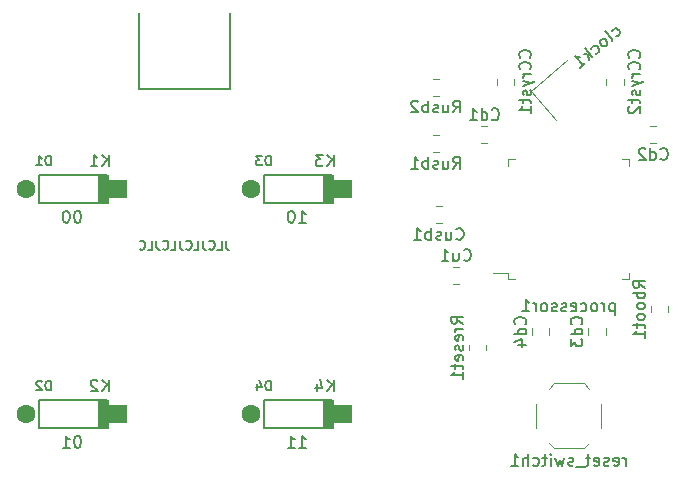
<source format=gbo>
%TF.GenerationSoftware,KiCad,Pcbnew,(6.0.2)*%
%TF.CreationDate,2022-04-17T22:42:43-04:00*%
%TF.ProjectId,macropadfr,6d616372-6f70-4616-9466-722e6b696361,rev?*%
%TF.SameCoordinates,Original*%
%TF.FileFunction,Legend,Bot*%
%TF.FilePolarity,Positive*%
%FSLAX46Y46*%
G04 Gerber Fmt 4.6, Leading zero omitted, Abs format (unit mm)*
G04 Created by KiCad (PCBNEW (6.0.2)) date 2022-04-17 22:42:43*
%MOMM*%
%LPD*%
G01*
G04 APERTURE LIST*
%ADD10C,0.127000*%
%ADD11C,0.150000*%
%ADD12C,0.200000*%
%ADD13C,0.120000*%
%ADD14R,1.600000X1.600000*%
%ADD15C,1.600000*%
G04 APERTURE END LIST*
D10*
X174969714Y-92451464D02*
X174969714Y-92995750D01*
X175006000Y-93104607D01*
X175078571Y-93177178D01*
X175187428Y-93213464D01*
X175260000Y-93213464D01*
X174244000Y-93213464D02*
X174606857Y-93213464D01*
X174606857Y-92451464D01*
X173554571Y-93140892D02*
X173590857Y-93177178D01*
X173699714Y-93213464D01*
X173772285Y-93213464D01*
X173881142Y-93177178D01*
X173953714Y-93104607D01*
X173990000Y-93032035D01*
X174026285Y-92886892D01*
X174026285Y-92778035D01*
X173990000Y-92632892D01*
X173953714Y-92560321D01*
X173881142Y-92487750D01*
X173772285Y-92451464D01*
X173699714Y-92451464D01*
X173590857Y-92487750D01*
X173554571Y-92524035D01*
X173010285Y-92451464D02*
X173010285Y-92995750D01*
X173046571Y-93104607D01*
X173119142Y-93177178D01*
X173228000Y-93213464D01*
X173300571Y-93213464D01*
X172284571Y-93213464D02*
X172647428Y-93213464D01*
X172647428Y-92451464D01*
X171595142Y-93140892D02*
X171631428Y-93177178D01*
X171740285Y-93213464D01*
X171812857Y-93213464D01*
X171921714Y-93177178D01*
X171994285Y-93104607D01*
X172030571Y-93032035D01*
X172066857Y-92886892D01*
X172066857Y-92778035D01*
X172030571Y-92632892D01*
X171994285Y-92560321D01*
X171921714Y-92487750D01*
X171812857Y-92451464D01*
X171740285Y-92451464D01*
X171631428Y-92487750D01*
X171595142Y-92524035D01*
X171050857Y-92451464D02*
X171050857Y-92995750D01*
X171087142Y-93104607D01*
X171159714Y-93177178D01*
X171268571Y-93213464D01*
X171341142Y-93213464D01*
X170325142Y-93213464D02*
X170688000Y-93213464D01*
X170688000Y-92451464D01*
X169635714Y-93140892D02*
X169672000Y-93177178D01*
X169780857Y-93213464D01*
X169853428Y-93213464D01*
X169962285Y-93177178D01*
X170034857Y-93104607D01*
X170071142Y-93032035D01*
X170107428Y-92886892D01*
X170107428Y-92778035D01*
X170071142Y-92632892D01*
X170034857Y-92560321D01*
X169962285Y-92487750D01*
X169853428Y-92451464D01*
X169780857Y-92451464D01*
X169672000Y-92487750D01*
X169635714Y-92524035D01*
X169091428Y-92451464D02*
X169091428Y-92995750D01*
X169127714Y-93104607D01*
X169200285Y-93177178D01*
X169309142Y-93213464D01*
X169381714Y-93213464D01*
X168365714Y-93213464D02*
X168728571Y-93213464D01*
X168728571Y-92451464D01*
X167676285Y-93140892D02*
X167712571Y-93177178D01*
X167821428Y-93213464D01*
X167894000Y-93213464D01*
X168002857Y-93177178D01*
X168075428Y-93104607D01*
X168111714Y-93032035D01*
X168148000Y-92886892D01*
X168148000Y-92778035D01*
X168111714Y-92632892D01*
X168075428Y-92560321D01*
X168002857Y-92487750D01*
X167894000Y-92451464D01*
X167821428Y-92451464D01*
X167712571Y-92487750D01*
X167676285Y-92524035D01*
D11*
X162448809Y-108989880D02*
X162353571Y-108989880D01*
X162258333Y-109037500D01*
X162210714Y-109085119D01*
X162163095Y-109180357D01*
X162115476Y-109370833D01*
X162115476Y-109608928D01*
X162163095Y-109799404D01*
X162210714Y-109894642D01*
X162258333Y-109942261D01*
X162353571Y-109989880D01*
X162448809Y-109989880D01*
X162544047Y-109942261D01*
X162591666Y-109894642D01*
X162639285Y-109799404D01*
X162686904Y-109608928D01*
X162686904Y-109370833D01*
X162639285Y-109180357D01*
X162591666Y-109085119D01*
X162544047Y-109037500D01*
X162448809Y-108989880D01*
X161163095Y-109989880D02*
X161734523Y-109989880D01*
X161448809Y-109989880D02*
X161448809Y-108989880D01*
X161544047Y-109132738D01*
X161639285Y-109227976D01*
X161734523Y-109275595D01*
X162448809Y-89939880D02*
X162353571Y-89939880D01*
X162258333Y-89987500D01*
X162210714Y-90035119D01*
X162163095Y-90130357D01*
X162115476Y-90320833D01*
X162115476Y-90558928D01*
X162163095Y-90749404D01*
X162210714Y-90844642D01*
X162258333Y-90892261D01*
X162353571Y-90939880D01*
X162448809Y-90939880D01*
X162544047Y-90892261D01*
X162591666Y-90844642D01*
X162639285Y-90749404D01*
X162686904Y-90558928D01*
X162686904Y-90320833D01*
X162639285Y-90130357D01*
X162591666Y-90035119D01*
X162544047Y-89987500D01*
X162448809Y-89939880D01*
X161496428Y-89939880D02*
X161401190Y-89939880D01*
X161305952Y-89987500D01*
X161258333Y-90035119D01*
X161210714Y-90130357D01*
X161163095Y-90320833D01*
X161163095Y-90558928D01*
X161210714Y-90749404D01*
X161258333Y-90844642D01*
X161305952Y-90892261D01*
X161401190Y-90939880D01*
X161496428Y-90939880D01*
X161591666Y-90892261D01*
X161639285Y-90844642D01*
X161686904Y-90749404D01*
X161734523Y-90558928D01*
X161734523Y-90320833D01*
X161686904Y-90130357D01*
X161639285Y-90035119D01*
X161591666Y-89987500D01*
X161496428Y-89939880D01*
X181165476Y-90939880D02*
X181736904Y-90939880D01*
X181451190Y-90939880D02*
X181451190Y-89939880D01*
X181546428Y-90082738D01*
X181641666Y-90177976D01*
X181736904Y-90225595D01*
X180546428Y-89939880D02*
X180451190Y-89939880D01*
X180355952Y-89987500D01*
X180308333Y-90035119D01*
X180260714Y-90130357D01*
X180213095Y-90320833D01*
X180213095Y-90558928D01*
X180260714Y-90749404D01*
X180308333Y-90844642D01*
X180355952Y-90892261D01*
X180451190Y-90939880D01*
X180546428Y-90939880D01*
X180641666Y-90892261D01*
X180689285Y-90844642D01*
X180736904Y-90749404D01*
X180784523Y-90558928D01*
X180784523Y-90320833D01*
X180736904Y-90130357D01*
X180689285Y-90035119D01*
X180641666Y-89987500D01*
X180546428Y-89939880D01*
X181165476Y-109989880D02*
X181736904Y-109989880D01*
X181451190Y-109989880D02*
X181451190Y-108989880D01*
X181546428Y-109132738D01*
X181641666Y-109227976D01*
X181736904Y-109275595D01*
X180213095Y-109989880D02*
X180784523Y-109989880D01*
X180498809Y-109989880D02*
X180498809Y-108989880D01*
X180594047Y-109132738D01*
X180689285Y-109227976D01*
X180784523Y-109275595D01*
D12*
%TO.C,K1*%
X165044345Y-86177380D02*
X165044345Y-85177380D01*
X164472916Y-86177380D02*
X164901488Y-85605952D01*
X164472916Y-85177380D02*
X165044345Y-85748809D01*
X163520535Y-86177380D02*
X164091964Y-86177380D01*
X163806250Y-86177380D02*
X163806250Y-85177380D01*
X163901488Y-85320238D01*
X163996726Y-85415476D01*
X164091964Y-85463095D01*
%TO.C,K4*%
X184094345Y-105227380D02*
X184094345Y-104227380D01*
X183522916Y-105227380D02*
X183951488Y-104655952D01*
X183522916Y-104227380D02*
X184094345Y-104798809D01*
X182665773Y-104560714D02*
X182665773Y-105227380D01*
X182903869Y-104179761D02*
X183141964Y-104894047D01*
X182522916Y-104894047D01*
%TO.C,K3*%
X184094345Y-86177380D02*
X184094345Y-85177380D01*
X183522916Y-86177380D02*
X183951488Y-85605952D01*
X183522916Y-85177380D02*
X184094345Y-85748809D01*
X183189583Y-85177380D02*
X182570535Y-85177380D01*
X182903869Y-85558333D01*
X182761011Y-85558333D01*
X182665773Y-85605952D01*
X182618154Y-85653571D01*
X182570535Y-85748809D01*
X182570535Y-85986904D01*
X182618154Y-86082142D01*
X182665773Y-86129761D01*
X182761011Y-86177380D01*
X183046726Y-86177380D01*
X183141964Y-86129761D01*
X183189583Y-86082142D01*
%TO.C,K2*%
X165044345Y-105227380D02*
X165044345Y-104227380D01*
X164472916Y-105227380D02*
X164901488Y-104655952D01*
X164472916Y-104227380D02*
X165044345Y-104798809D01*
X164091964Y-104322619D02*
X164044345Y-104275000D01*
X163949107Y-104227380D01*
X163711011Y-104227380D01*
X163615773Y-104275000D01*
X163568154Y-104322619D01*
X163520535Y-104417857D01*
X163520535Y-104513095D01*
X163568154Y-104655952D01*
X164139583Y-105227380D01*
X163520535Y-105227380D01*
D11*
%TO.C,Rusb1*%
X194226190Y-86352380D02*
X194559523Y-85876190D01*
X194797619Y-86352380D02*
X194797619Y-85352380D01*
X194416666Y-85352380D01*
X194321428Y-85400000D01*
X194273809Y-85447619D01*
X194226190Y-85542857D01*
X194226190Y-85685714D01*
X194273809Y-85780952D01*
X194321428Y-85828571D01*
X194416666Y-85876190D01*
X194797619Y-85876190D01*
X193369047Y-85685714D02*
X193369047Y-86352380D01*
X193797619Y-85685714D02*
X193797619Y-86209523D01*
X193750000Y-86304761D01*
X193654761Y-86352380D01*
X193511904Y-86352380D01*
X193416666Y-86304761D01*
X193369047Y-86257142D01*
X192940476Y-86304761D02*
X192845238Y-86352380D01*
X192654761Y-86352380D01*
X192559523Y-86304761D01*
X192511904Y-86209523D01*
X192511904Y-86161904D01*
X192559523Y-86066666D01*
X192654761Y-86019047D01*
X192797619Y-86019047D01*
X192892857Y-85971428D01*
X192940476Y-85876190D01*
X192940476Y-85828571D01*
X192892857Y-85733333D01*
X192797619Y-85685714D01*
X192654761Y-85685714D01*
X192559523Y-85733333D01*
X192083333Y-86352380D02*
X192083333Y-85352380D01*
X192083333Y-85733333D02*
X191988095Y-85685714D01*
X191797619Y-85685714D01*
X191702380Y-85733333D01*
X191654761Y-85780952D01*
X191607142Y-85876190D01*
X191607142Y-86161904D01*
X191654761Y-86257142D01*
X191702380Y-86304761D01*
X191797619Y-86352380D01*
X191988095Y-86352380D01*
X192083333Y-86304761D01*
X190654761Y-86352380D02*
X191226190Y-86352380D01*
X190940476Y-86352380D02*
X190940476Y-85352380D01*
X191035714Y-85495238D01*
X191130952Y-85590476D01*
X191226190Y-85638095D01*
%TO.C,reset_switch1*%
X208809523Y-111502380D02*
X208809523Y-110835714D01*
X208809523Y-111026190D02*
X208761904Y-110930952D01*
X208714285Y-110883333D01*
X208619047Y-110835714D01*
X208523809Y-110835714D01*
X207809523Y-111454761D02*
X207904761Y-111502380D01*
X208095238Y-111502380D01*
X208190476Y-111454761D01*
X208238095Y-111359523D01*
X208238095Y-110978571D01*
X208190476Y-110883333D01*
X208095238Y-110835714D01*
X207904761Y-110835714D01*
X207809523Y-110883333D01*
X207761904Y-110978571D01*
X207761904Y-111073809D01*
X208238095Y-111169047D01*
X207380952Y-111454761D02*
X207285714Y-111502380D01*
X207095238Y-111502380D01*
X207000000Y-111454761D01*
X206952380Y-111359523D01*
X206952380Y-111311904D01*
X207000000Y-111216666D01*
X207095238Y-111169047D01*
X207238095Y-111169047D01*
X207333333Y-111121428D01*
X207380952Y-111026190D01*
X207380952Y-110978571D01*
X207333333Y-110883333D01*
X207238095Y-110835714D01*
X207095238Y-110835714D01*
X207000000Y-110883333D01*
X206142857Y-111454761D02*
X206238095Y-111502380D01*
X206428571Y-111502380D01*
X206523809Y-111454761D01*
X206571428Y-111359523D01*
X206571428Y-110978571D01*
X206523809Y-110883333D01*
X206428571Y-110835714D01*
X206238095Y-110835714D01*
X206142857Y-110883333D01*
X206095238Y-110978571D01*
X206095238Y-111073809D01*
X206571428Y-111169047D01*
X205809523Y-110835714D02*
X205428571Y-110835714D01*
X205666666Y-110502380D02*
X205666666Y-111359523D01*
X205619047Y-111454761D01*
X205523809Y-111502380D01*
X205428571Y-111502380D01*
X205333333Y-111597619D02*
X204571428Y-111597619D01*
X204380952Y-111454761D02*
X204285714Y-111502380D01*
X204095238Y-111502380D01*
X204000000Y-111454761D01*
X203952380Y-111359523D01*
X203952380Y-111311904D01*
X204000000Y-111216666D01*
X204095238Y-111169047D01*
X204238095Y-111169047D01*
X204333333Y-111121428D01*
X204380952Y-111026190D01*
X204380952Y-110978571D01*
X204333333Y-110883333D01*
X204238095Y-110835714D01*
X204095238Y-110835714D01*
X204000000Y-110883333D01*
X203619047Y-110835714D02*
X203428571Y-111502380D01*
X203238095Y-111026190D01*
X203047619Y-111502380D01*
X202857142Y-110835714D01*
X202476190Y-111502380D02*
X202476190Y-110835714D01*
X202476190Y-110502380D02*
X202523809Y-110550000D01*
X202476190Y-110597619D01*
X202428571Y-110550000D01*
X202476190Y-110502380D01*
X202476190Y-110597619D01*
X202142857Y-110835714D02*
X201761904Y-110835714D01*
X202000000Y-110502380D02*
X202000000Y-111359523D01*
X201952380Y-111454761D01*
X201857142Y-111502380D01*
X201761904Y-111502380D01*
X201000000Y-111454761D02*
X201095238Y-111502380D01*
X201285714Y-111502380D01*
X201380952Y-111454761D01*
X201428571Y-111407142D01*
X201476190Y-111311904D01*
X201476190Y-111026190D01*
X201428571Y-110930952D01*
X201380952Y-110883333D01*
X201285714Y-110835714D01*
X201095238Y-110835714D01*
X201000000Y-110883333D01*
X200571428Y-111502380D02*
X200571428Y-110502380D01*
X200142857Y-111502380D02*
X200142857Y-110978571D01*
X200190476Y-110883333D01*
X200285714Y-110835714D01*
X200428571Y-110835714D01*
X200523809Y-110883333D01*
X200571428Y-110930952D01*
X199142857Y-111502380D02*
X199714285Y-111502380D01*
X199428571Y-111502380D02*
X199428571Y-110502380D01*
X199523809Y-110645238D01*
X199619047Y-110740476D01*
X199714285Y-110788095D01*
%TO.C,Cusb1*%
X194476190Y-92287142D02*
X194523809Y-92334761D01*
X194666666Y-92382380D01*
X194761904Y-92382380D01*
X194904761Y-92334761D01*
X195000000Y-92239523D01*
X195047619Y-92144285D01*
X195095238Y-91953809D01*
X195095238Y-91810952D01*
X195047619Y-91620476D01*
X195000000Y-91525238D01*
X194904761Y-91430000D01*
X194761904Y-91382380D01*
X194666666Y-91382380D01*
X194523809Y-91430000D01*
X194476190Y-91477619D01*
X193619047Y-91715714D02*
X193619047Y-92382380D01*
X194047619Y-91715714D02*
X194047619Y-92239523D01*
X194000000Y-92334761D01*
X193904761Y-92382380D01*
X193761904Y-92382380D01*
X193666666Y-92334761D01*
X193619047Y-92287142D01*
X193190476Y-92334761D02*
X193095238Y-92382380D01*
X192904761Y-92382380D01*
X192809523Y-92334761D01*
X192761904Y-92239523D01*
X192761904Y-92191904D01*
X192809523Y-92096666D01*
X192904761Y-92049047D01*
X193047619Y-92049047D01*
X193142857Y-92001428D01*
X193190476Y-91906190D01*
X193190476Y-91858571D01*
X193142857Y-91763333D01*
X193047619Y-91715714D01*
X192904761Y-91715714D01*
X192809523Y-91763333D01*
X192333333Y-92382380D02*
X192333333Y-91382380D01*
X192333333Y-91763333D02*
X192238095Y-91715714D01*
X192047619Y-91715714D01*
X191952380Y-91763333D01*
X191904761Y-91810952D01*
X191857142Y-91906190D01*
X191857142Y-92191904D01*
X191904761Y-92287142D01*
X191952380Y-92334761D01*
X192047619Y-92382380D01*
X192238095Y-92382380D01*
X192333333Y-92334761D01*
X190904761Y-92382380D02*
X191476190Y-92382380D01*
X191190476Y-92382380D02*
X191190476Y-91382380D01*
X191285714Y-91525238D01*
X191380952Y-91620476D01*
X191476190Y-91668095D01*
%TO.C,D3*%
X178765476Y-86086904D02*
X178765476Y-85286904D01*
X178575000Y-85286904D01*
X178460714Y-85325000D01*
X178384523Y-85401190D01*
X178346428Y-85477380D01*
X178308333Y-85629761D01*
X178308333Y-85744047D01*
X178346428Y-85896428D01*
X178384523Y-85972619D01*
X178460714Y-86048809D01*
X178575000Y-86086904D01*
X178765476Y-86086904D01*
X178041666Y-85286904D02*
X177546428Y-85286904D01*
X177813095Y-85591666D01*
X177698809Y-85591666D01*
X177622619Y-85629761D01*
X177584523Y-85667857D01*
X177546428Y-85744047D01*
X177546428Y-85934523D01*
X177584523Y-86010714D01*
X177622619Y-86048809D01*
X177698809Y-86086904D01*
X177927380Y-86086904D01*
X178003571Y-86048809D01*
X178041666Y-86010714D01*
%TO.C,D2*%
X160134226Y-105136904D02*
X160134226Y-104336904D01*
X159943750Y-104336904D01*
X159829464Y-104375000D01*
X159753273Y-104451190D01*
X159715178Y-104527380D01*
X159677083Y-104679761D01*
X159677083Y-104794047D01*
X159715178Y-104946428D01*
X159753273Y-105022619D01*
X159829464Y-105098809D01*
X159943750Y-105136904D01*
X160134226Y-105136904D01*
X159372321Y-104413095D02*
X159334226Y-104375000D01*
X159258035Y-104336904D01*
X159067559Y-104336904D01*
X158991369Y-104375000D01*
X158953273Y-104413095D01*
X158915178Y-104489285D01*
X158915178Y-104565476D01*
X158953273Y-104679761D01*
X159410416Y-105136904D01*
X158915178Y-105136904D01*
%TO.C,clock1*%
X208034362Y-75162230D02*
X208137927Y-75137491D01*
X208283841Y-75015055D01*
X208326188Y-74917359D01*
X208332058Y-74850271D01*
X208307318Y-74746706D01*
X208123665Y-74527836D01*
X208025968Y-74485488D01*
X207958881Y-74479619D01*
X207855316Y-74504358D01*
X207709402Y-74626794D01*
X207667055Y-74724490D01*
X207627231Y-75566016D02*
X207669579Y-75468319D01*
X207644839Y-75364754D01*
X207093879Y-74708144D01*
X207225970Y-75902714D02*
X207268317Y-75805018D01*
X207274187Y-75737930D01*
X207249447Y-75634365D01*
X207065794Y-75415495D01*
X206968098Y-75373147D01*
X206901010Y-75367278D01*
X206797445Y-75392018D01*
X206688010Y-75483844D01*
X206645662Y-75581541D01*
X206639793Y-75648628D01*
X206664532Y-75752193D01*
X206848186Y-75971063D01*
X206945882Y-76013411D01*
X207012969Y-76019280D01*
X207116535Y-75994541D01*
X207225970Y-75902714D01*
X206283403Y-76631459D02*
X206386969Y-76606719D01*
X206532882Y-76484284D01*
X206575230Y-76386587D01*
X206581099Y-76319500D01*
X206556359Y-76215935D01*
X206372706Y-75997065D01*
X206275010Y-75954717D01*
X206207922Y-75948848D01*
X206104357Y-75973587D01*
X205958444Y-76096023D01*
X205916096Y-76193719D01*
X205985707Y-76943418D02*
X205342920Y-76177373D01*
X205667879Y-76712809D02*
X205693881Y-77188289D01*
X205265356Y-76677593D02*
X205802054Y-76724548D01*
X204964315Y-77800468D02*
X205402054Y-77433161D01*
X205183185Y-77616814D02*
X204540397Y-76850770D01*
X204705180Y-76898987D01*
X204839355Y-76910726D01*
X204942920Y-76885986D01*
%TO.C,CCryst2*%
X209943392Y-76952380D02*
X209991011Y-76904761D01*
X210038630Y-76761904D01*
X210038630Y-76666666D01*
X209991011Y-76523809D01*
X209895773Y-76428571D01*
X209800535Y-76380952D01*
X209610059Y-76333333D01*
X209467202Y-76333333D01*
X209276726Y-76380952D01*
X209181488Y-76428571D01*
X209086250Y-76523809D01*
X209038630Y-76666666D01*
X209038630Y-76761904D01*
X209086250Y-76904761D01*
X209133869Y-76952380D01*
X209943392Y-77952380D02*
X209991011Y-77904761D01*
X210038630Y-77761904D01*
X210038630Y-77666666D01*
X209991011Y-77523809D01*
X209895773Y-77428571D01*
X209800535Y-77380952D01*
X209610059Y-77333333D01*
X209467202Y-77333333D01*
X209276726Y-77380952D01*
X209181488Y-77428571D01*
X209086250Y-77523809D01*
X209038630Y-77666666D01*
X209038630Y-77761904D01*
X209086250Y-77904761D01*
X209133869Y-77952380D01*
X210038630Y-78380952D02*
X209371964Y-78380952D01*
X209562440Y-78380952D02*
X209467202Y-78428571D01*
X209419583Y-78476190D01*
X209371964Y-78571428D01*
X209371964Y-78666666D01*
X209371964Y-78904761D02*
X210038630Y-79142857D01*
X209371964Y-79380952D02*
X210038630Y-79142857D01*
X210276726Y-79047619D01*
X210324345Y-79000000D01*
X210371964Y-78904761D01*
X209991011Y-79714285D02*
X210038630Y-79809523D01*
X210038630Y-80000000D01*
X209991011Y-80095238D01*
X209895773Y-80142857D01*
X209848154Y-80142857D01*
X209752916Y-80095238D01*
X209705297Y-80000000D01*
X209705297Y-79857142D01*
X209657678Y-79761904D01*
X209562440Y-79714285D01*
X209514821Y-79714285D01*
X209419583Y-79761904D01*
X209371964Y-79857142D01*
X209371964Y-80000000D01*
X209419583Y-80095238D01*
X209371964Y-80428571D02*
X209371964Y-80809523D01*
X209038630Y-80571428D02*
X209895773Y-80571428D01*
X209991011Y-80619047D01*
X210038630Y-80714285D01*
X210038630Y-80809523D01*
X209133869Y-81095238D02*
X209086250Y-81142857D01*
X209038630Y-81238095D01*
X209038630Y-81476190D01*
X209086250Y-81571428D01*
X209133869Y-81619047D01*
X209229107Y-81666666D01*
X209324345Y-81666666D01*
X209467202Y-81619047D01*
X210038630Y-81047619D01*
X210038630Y-81666666D01*
%TO.C,Cd1*%
X197475297Y-82164642D02*
X197522916Y-82212261D01*
X197665773Y-82259880D01*
X197761011Y-82259880D01*
X197903869Y-82212261D01*
X197999107Y-82117023D01*
X198046726Y-82021785D01*
X198094345Y-81831309D01*
X198094345Y-81688452D01*
X198046726Y-81497976D01*
X197999107Y-81402738D01*
X197903869Y-81307500D01*
X197761011Y-81259880D01*
X197665773Y-81259880D01*
X197522916Y-81307500D01*
X197475297Y-81355119D01*
X196618154Y-82259880D02*
X196618154Y-81259880D01*
X196618154Y-82212261D02*
X196713392Y-82259880D01*
X196903869Y-82259880D01*
X196999107Y-82212261D01*
X197046726Y-82164642D01*
X197094345Y-82069404D01*
X197094345Y-81783690D01*
X197046726Y-81688452D01*
X196999107Y-81640833D01*
X196903869Y-81593214D01*
X196713392Y-81593214D01*
X196618154Y-81640833D01*
X195618154Y-82259880D02*
X196189583Y-82259880D01*
X195903869Y-82259880D02*
X195903869Y-81259880D01*
X195999107Y-81402738D01*
X196094345Y-81497976D01*
X196189583Y-81545595D01*
%TO.C,Cd2*%
X211762797Y-85524642D02*
X211810416Y-85572261D01*
X211953273Y-85619880D01*
X212048511Y-85619880D01*
X212191369Y-85572261D01*
X212286607Y-85477023D01*
X212334226Y-85381785D01*
X212381845Y-85191309D01*
X212381845Y-85048452D01*
X212334226Y-84857976D01*
X212286607Y-84762738D01*
X212191369Y-84667500D01*
X212048511Y-84619880D01*
X211953273Y-84619880D01*
X211810416Y-84667500D01*
X211762797Y-84715119D01*
X210905654Y-85619880D02*
X210905654Y-84619880D01*
X210905654Y-85572261D02*
X211000892Y-85619880D01*
X211191369Y-85619880D01*
X211286607Y-85572261D01*
X211334226Y-85524642D01*
X211381845Y-85429404D01*
X211381845Y-85143690D01*
X211334226Y-85048452D01*
X211286607Y-85000833D01*
X211191369Y-84953214D01*
X211000892Y-84953214D01*
X210905654Y-85000833D01*
X210477083Y-84715119D02*
X210429464Y-84667500D01*
X210334226Y-84619880D01*
X210096130Y-84619880D01*
X210000892Y-84667500D01*
X209953273Y-84715119D01*
X209905654Y-84810357D01*
X209905654Y-84905595D01*
X209953273Y-85048452D01*
X210524702Y-85619880D01*
X209905654Y-85619880D01*
%TO.C,Cd4*%
X200295892Y-99537202D02*
X200343511Y-99489583D01*
X200391130Y-99346726D01*
X200391130Y-99251488D01*
X200343511Y-99108630D01*
X200248273Y-99013392D01*
X200153035Y-98965773D01*
X199962559Y-98918154D01*
X199819702Y-98918154D01*
X199629226Y-98965773D01*
X199533988Y-99013392D01*
X199438750Y-99108630D01*
X199391130Y-99251488D01*
X199391130Y-99346726D01*
X199438750Y-99489583D01*
X199486369Y-99537202D01*
X200391130Y-100394345D02*
X199391130Y-100394345D01*
X200343511Y-100394345D02*
X200391130Y-100299107D01*
X200391130Y-100108630D01*
X200343511Y-100013392D01*
X200295892Y-99965773D01*
X200200654Y-99918154D01*
X199914940Y-99918154D01*
X199819702Y-99965773D01*
X199772083Y-100013392D01*
X199724464Y-100108630D01*
X199724464Y-100299107D01*
X199772083Y-100394345D01*
X199724464Y-101299107D02*
X200391130Y-101299107D01*
X199343511Y-101061011D02*
X200057797Y-100822916D01*
X200057797Y-101441964D01*
%TO.C,processor1*%
X207880952Y-97766964D02*
X207880952Y-98766964D01*
X207880952Y-97814583D02*
X207785714Y-97766964D01*
X207595238Y-97766964D01*
X207500000Y-97814583D01*
X207452380Y-97862202D01*
X207404761Y-97957440D01*
X207404761Y-98243154D01*
X207452380Y-98338392D01*
X207500000Y-98386011D01*
X207595238Y-98433630D01*
X207785714Y-98433630D01*
X207880952Y-98386011D01*
X206976190Y-98433630D02*
X206976190Y-97766964D01*
X206976190Y-97957440D02*
X206928571Y-97862202D01*
X206880952Y-97814583D01*
X206785714Y-97766964D01*
X206690476Y-97766964D01*
X206214285Y-98433630D02*
X206309523Y-98386011D01*
X206357142Y-98338392D01*
X206404761Y-98243154D01*
X206404761Y-97957440D01*
X206357142Y-97862202D01*
X206309523Y-97814583D01*
X206214285Y-97766964D01*
X206071428Y-97766964D01*
X205976190Y-97814583D01*
X205928571Y-97862202D01*
X205880952Y-97957440D01*
X205880952Y-98243154D01*
X205928571Y-98338392D01*
X205976190Y-98386011D01*
X206071428Y-98433630D01*
X206214285Y-98433630D01*
X205023809Y-98386011D02*
X205119047Y-98433630D01*
X205309523Y-98433630D01*
X205404761Y-98386011D01*
X205452380Y-98338392D01*
X205500000Y-98243154D01*
X205500000Y-97957440D01*
X205452380Y-97862202D01*
X205404761Y-97814583D01*
X205309523Y-97766964D01*
X205119047Y-97766964D01*
X205023809Y-97814583D01*
X204214285Y-98386011D02*
X204309523Y-98433630D01*
X204500000Y-98433630D01*
X204595238Y-98386011D01*
X204642857Y-98290773D01*
X204642857Y-97909821D01*
X204595238Y-97814583D01*
X204500000Y-97766964D01*
X204309523Y-97766964D01*
X204214285Y-97814583D01*
X204166666Y-97909821D01*
X204166666Y-98005059D01*
X204642857Y-98100297D01*
X203785714Y-98386011D02*
X203690476Y-98433630D01*
X203500000Y-98433630D01*
X203404761Y-98386011D01*
X203357142Y-98290773D01*
X203357142Y-98243154D01*
X203404761Y-98147916D01*
X203500000Y-98100297D01*
X203642857Y-98100297D01*
X203738095Y-98052678D01*
X203785714Y-97957440D01*
X203785714Y-97909821D01*
X203738095Y-97814583D01*
X203642857Y-97766964D01*
X203500000Y-97766964D01*
X203404761Y-97814583D01*
X202976190Y-98386011D02*
X202880952Y-98433630D01*
X202690476Y-98433630D01*
X202595238Y-98386011D01*
X202547619Y-98290773D01*
X202547619Y-98243154D01*
X202595238Y-98147916D01*
X202690476Y-98100297D01*
X202833333Y-98100297D01*
X202928571Y-98052678D01*
X202976190Y-97957440D01*
X202976190Y-97909821D01*
X202928571Y-97814583D01*
X202833333Y-97766964D01*
X202690476Y-97766964D01*
X202595238Y-97814583D01*
X201976190Y-98433630D02*
X202071428Y-98386011D01*
X202119047Y-98338392D01*
X202166666Y-98243154D01*
X202166666Y-97957440D01*
X202119047Y-97862202D01*
X202071428Y-97814583D01*
X201976190Y-97766964D01*
X201833333Y-97766964D01*
X201738095Y-97814583D01*
X201690476Y-97862202D01*
X201642857Y-97957440D01*
X201642857Y-98243154D01*
X201690476Y-98338392D01*
X201738095Y-98386011D01*
X201833333Y-98433630D01*
X201976190Y-98433630D01*
X201214285Y-98433630D02*
X201214285Y-97766964D01*
X201214285Y-97957440D02*
X201166666Y-97862202D01*
X201119047Y-97814583D01*
X201023809Y-97766964D01*
X200928571Y-97766964D01*
X200071428Y-98433630D02*
X200642857Y-98433630D01*
X200357142Y-98433630D02*
X200357142Y-97433630D01*
X200452380Y-97576488D01*
X200547619Y-97671726D01*
X200642857Y-97719345D01*
%TO.C,Rreset1*%
X195052380Y-99476190D02*
X194576190Y-99142857D01*
X195052380Y-98904761D02*
X194052380Y-98904761D01*
X194052380Y-99285714D01*
X194100000Y-99380952D01*
X194147619Y-99428571D01*
X194242857Y-99476190D01*
X194385714Y-99476190D01*
X194480952Y-99428571D01*
X194528571Y-99380952D01*
X194576190Y-99285714D01*
X194576190Y-98904761D01*
X195052380Y-99904761D02*
X194385714Y-99904761D01*
X194576190Y-99904761D02*
X194480952Y-99952380D01*
X194433333Y-100000000D01*
X194385714Y-100095238D01*
X194385714Y-100190476D01*
X195004761Y-100904761D02*
X195052380Y-100809523D01*
X195052380Y-100619047D01*
X195004761Y-100523809D01*
X194909523Y-100476190D01*
X194528571Y-100476190D01*
X194433333Y-100523809D01*
X194385714Y-100619047D01*
X194385714Y-100809523D01*
X194433333Y-100904761D01*
X194528571Y-100952380D01*
X194623809Y-100952380D01*
X194719047Y-100476190D01*
X195004761Y-101333333D02*
X195052380Y-101428571D01*
X195052380Y-101619047D01*
X195004761Y-101714285D01*
X194909523Y-101761904D01*
X194861904Y-101761904D01*
X194766666Y-101714285D01*
X194719047Y-101619047D01*
X194719047Y-101476190D01*
X194671428Y-101380952D01*
X194576190Y-101333333D01*
X194528571Y-101333333D01*
X194433333Y-101380952D01*
X194385714Y-101476190D01*
X194385714Y-101619047D01*
X194433333Y-101714285D01*
X195004761Y-102571428D02*
X195052380Y-102476190D01*
X195052380Y-102285714D01*
X195004761Y-102190476D01*
X194909523Y-102142857D01*
X194528571Y-102142857D01*
X194433333Y-102190476D01*
X194385714Y-102285714D01*
X194385714Y-102476190D01*
X194433333Y-102571428D01*
X194528571Y-102619047D01*
X194623809Y-102619047D01*
X194719047Y-102142857D01*
X194385714Y-102904761D02*
X194385714Y-103285714D01*
X194052380Y-103047619D02*
X194909523Y-103047619D01*
X195004761Y-103095238D01*
X195052380Y-103190476D01*
X195052380Y-103285714D01*
X195052380Y-104142857D02*
X195052380Y-103571428D01*
X195052380Y-103857142D02*
X194052380Y-103857142D01*
X194195238Y-103761904D01*
X194290476Y-103666666D01*
X194338095Y-103571428D01*
%TO.C,D4*%
X178765476Y-105136904D02*
X178765476Y-104336904D01*
X178575000Y-104336904D01*
X178460714Y-104375000D01*
X178384523Y-104451190D01*
X178346428Y-104527380D01*
X178308333Y-104679761D01*
X178308333Y-104794047D01*
X178346428Y-104946428D01*
X178384523Y-105022619D01*
X178460714Y-105098809D01*
X178575000Y-105136904D01*
X178765476Y-105136904D01*
X177622619Y-104603571D02*
X177622619Y-105136904D01*
X177813095Y-104298809D02*
X178003571Y-104870238D01*
X177508333Y-104870238D01*
%TO.C,Cd3*%
X205058392Y-99537202D02*
X205106011Y-99489583D01*
X205153630Y-99346726D01*
X205153630Y-99251488D01*
X205106011Y-99108630D01*
X205010773Y-99013392D01*
X204915535Y-98965773D01*
X204725059Y-98918154D01*
X204582202Y-98918154D01*
X204391726Y-98965773D01*
X204296488Y-99013392D01*
X204201250Y-99108630D01*
X204153630Y-99251488D01*
X204153630Y-99346726D01*
X204201250Y-99489583D01*
X204248869Y-99537202D01*
X205153630Y-100394345D02*
X204153630Y-100394345D01*
X205106011Y-100394345D02*
X205153630Y-100299107D01*
X205153630Y-100108630D01*
X205106011Y-100013392D01*
X205058392Y-99965773D01*
X204963154Y-99918154D01*
X204677440Y-99918154D01*
X204582202Y-99965773D01*
X204534583Y-100013392D01*
X204486964Y-100108630D01*
X204486964Y-100299107D01*
X204534583Y-100394345D01*
X204153630Y-100775297D02*
X204153630Y-101394345D01*
X204534583Y-101061011D01*
X204534583Y-101203869D01*
X204582202Y-101299107D01*
X204629821Y-101346726D01*
X204725059Y-101394345D01*
X204963154Y-101394345D01*
X205058392Y-101346726D01*
X205106011Y-101299107D01*
X205153630Y-101203869D01*
X205153630Y-100918154D01*
X205106011Y-100822916D01*
X205058392Y-100775297D01*
%TO.C,Rboot1*%
X210458630Y-96440476D02*
X209982440Y-96107142D01*
X210458630Y-95869047D02*
X209458630Y-95869047D01*
X209458630Y-96250000D01*
X209506250Y-96345238D01*
X209553869Y-96392857D01*
X209649107Y-96440476D01*
X209791964Y-96440476D01*
X209887202Y-96392857D01*
X209934821Y-96345238D01*
X209982440Y-96250000D01*
X209982440Y-95869047D01*
X210458630Y-96869047D02*
X209458630Y-96869047D01*
X209839583Y-96869047D02*
X209791964Y-96964285D01*
X209791964Y-97154761D01*
X209839583Y-97250000D01*
X209887202Y-97297619D01*
X209982440Y-97345238D01*
X210268154Y-97345238D01*
X210363392Y-97297619D01*
X210411011Y-97250000D01*
X210458630Y-97154761D01*
X210458630Y-96964285D01*
X210411011Y-96869047D01*
X210458630Y-97916666D02*
X210411011Y-97821428D01*
X210363392Y-97773809D01*
X210268154Y-97726190D01*
X209982440Y-97726190D01*
X209887202Y-97773809D01*
X209839583Y-97821428D01*
X209791964Y-97916666D01*
X209791964Y-98059523D01*
X209839583Y-98154761D01*
X209887202Y-98202380D01*
X209982440Y-98250000D01*
X210268154Y-98250000D01*
X210363392Y-98202380D01*
X210411011Y-98154761D01*
X210458630Y-98059523D01*
X210458630Y-97916666D01*
X210458630Y-98821428D02*
X210411011Y-98726190D01*
X210363392Y-98678571D01*
X210268154Y-98630952D01*
X209982440Y-98630952D01*
X209887202Y-98678571D01*
X209839583Y-98726190D01*
X209791964Y-98821428D01*
X209791964Y-98964285D01*
X209839583Y-99059523D01*
X209887202Y-99107142D01*
X209982440Y-99154761D01*
X210268154Y-99154761D01*
X210363392Y-99107142D01*
X210411011Y-99059523D01*
X210458630Y-98964285D01*
X210458630Y-98821428D01*
X209791964Y-99440476D02*
X209791964Y-99821428D01*
X209458630Y-99583333D02*
X210315773Y-99583333D01*
X210411011Y-99630952D01*
X210458630Y-99726190D01*
X210458630Y-99821428D01*
X210458630Y-100678571D02*
X210458630Y-100107142D01*
X210458630Y-100392857D02*
X209458630Y-100392857D01*
X209601488Y-100297619D01*
X209696726Y-100202380D01*
X209744345Y-100107142D01*
%TO.C,Rusb2*%
X194226190Y-81602380D02*
X194559523Y-81126190D01*
X194797619Y-81602380D02*
X194797619Y-80602380D01*
X194416666Y-80602380D01*
X194321428Y-80650000D01*
X194273809Y-80697619D01*
X194226190Y-80792857D01*
X194226190Y-80935714D01*
X194273809Y-81030952D01*
X194321428Y-81078571D01*
X194416666Y-81126190D01*
X194797619Y-81126190D01*
X193369047Y-80935714D02*
X193369047Y-81602380D01*
X193797619Y-80935714D02*
X193797619Y-81459523D01*
X193750000Y-81554761D01*
X193654761Y-81602380D01*
X193511904Y-81602380D01*
X193416666Y-81554761D01*
X193369047Y-81507142D01*
X192940476Y-81554761D02*
X192845238Y-81602380D01*
X192654761Y-81602380D01*
X192559523Y-81554761D01*
X192511904Y-81459523D01*
X192511904Y-81411904D01*
X192559523Y-81316666D01*
X192654761Y-81269047D01*
X192797619Y-81269047D01*
X192892857Y-81221428D01*
X192940476Y-81126190D01*
X192940476Y-81078571D01*
X192892857Y-80983333D01*
X192797619Y-80935714D01*
X192654761Y-80935714D01*
X192559523Y-80983333D01*
X192083333Y-81602380D02*
X192083333Y-80602380D01*
X192083333Y-80983333D02*
X191988095Y-80935714D01*
X191797619Y-80935714D01*
X191702380Y-80983333D01*
X191654761Y-81030952D01*
X191607142Y-81126190D01*
X191607142Y-81411904D01*
X191654761Y-81507142D01*
X191702380Y-81554761D01*
X191797619Y-81602380D01*
X191988095Y-81602380D01*
X192083333Y-81554761D01*
X191226190Y-80697619D02*
X191178571Y-80650000D01*
X191083333Y-80602380D01*
X190845238Y-80602380D01*
X190750000Y-80650000D01*
X190702380Y-80697619D01*
X190654761Y-80792857D01*
X190654761Y-80888095D01*
X190702380Y-81030952D01*
X191273809Y-81602380D01*
X190654761Y-81602380D01*
%TO.C,D1*%
X160134226Y-86086904D02*
X160134226Y-85286904D01*
X159943750Y-85286904D01*
X159829464Y-85325000D01*
X159753273Y-85401190D01*
X159715178Y-85477380D01*
X159677083Y-85629761D01*
X159677083Y-85744047D01*
X159715178Y-85896428D01*
X159753273Y-85972619D01*
X159829464Y-86048809D01*
X159943750Y-86086904D01*
X160134226Y-86086904D01*
X158915178Y-86086904D02*
X159372321Y-86086904D01*
X159143750Y-86086904D02*
X159143750Y-85286904D01*
X159219940Y-85401190D01*
X159296130Y-85477380D01*
X159372321Y-85515476D01*
%TO.C,CCryst1*%
X200693392Y-76952380D02*
X200741011Y-76904761D01*
X200788630Y-76761904D01*
X200788630Y-76666666D01*
X200741011Y-76523809D01*
X200645773Y-76428571D01*
X200550535Y-76380952D01*
X200360059Y-76333333D01*
X200217202Y-76333333D01*
X200026726Y-76380952D01*
X199931488Y-76428571D01*
X199836250Y-76523809D01*
X199788630Y-76666666D01*
X199788630Y-76761904D01*
X199836250Y-76904761D01*
X199883869Y-76952380D01*
X200693392Y-77952380D02*
X200741011Y-77904761D01*
X200788630Y-77761904D01*
X200788630Y-77666666D01*
X200741011Y-77523809D01*
X200645773Y-77428571D01*
X200550535Y-77380952D01*
X200360059Y-77333333D01*
X200217202Y-77333333D01*
X200026726Y-77380952D01*
X199931488Y-77428571D01*
X199836250Y-77523809D01*
X199788630Y-77666666D01*
X199788630Y-77761904D01*
X199836250Y-77904761D01*
X199883869Y-77952380D01*
X200788630Y-78380952D02*
X200121964Y-78380952D01*
X200312440Y-78380952D02*
X200217202Y-78428571D01*
X200169583Y-78476190D01*
X200121964Y-78571428D01*
X200121964Y-78666666D01*
X200121964Y-78904761D02*
X200788630Y-79142857D01*
X200121964Y-79380952D02*
X200788630Y-79142857D01*
X201026726Y-79047619D01*
X201074345Y-79000000D01*
X201121964Y-78904761D01*
X200741011Y-79714285D02*
X200788630Y-79809523D01*
X200788630Y-80000000D01*
X200741011Y-80095238D01*
X200645773Y-80142857D01*
X200598154Y-80142857D01*
X200502916Y-80095238D01*
X200455297Y-80000000D01*
X200455297Y-79857142D01*
X200407678Y-79761904D01*
X200312440Y-79714285D01*
X200264821Y-79714285D01*
X200169583Y-79761904D01*
X200121964Y-79857142D01*
X200121964Y-80000000D01*
X200169583Y-80095238D01*
X200121964Y-80428571D02*
X200121964Y-80809523D01*
X199788630Y-80571428D02*
X200645773Y-80571428D01*
X200741011Y-80619047D01*
X200788630Y-80714285D01*
X200788630Y-80809523D01*
X200788630Y-81666666D02*
X200788630Y-81095238D01*
X200788630Y-81380952D02*
X199788630Y-81380952D01*
X199931488Y-81285714D01*
X200026726Y-81190476D01*
X200074345Y-81095238D01*
%TO.C,Cu1*%
X195094047Y-94070892D02*
X195141666Y-94118511D01*
X195284523Y-94166130D01*
X195379761Y-94166130D01*
X195522619Y-94118511D01*
X195617857Y-94023273D01*
X195665476Y-93928035D01*
X195713095Y-93737559D01*
X195713095Y-93594702D01*
X195665476Y-93404226D01*
X195617857Y-93308988D01*
X195522619Y-93213750D01*
X195379761Y-93166130D01*
X195284523Y-93166130D01*
X195141666Y-93213750D01*
X195094047Y-93261369D01*
X194236904Y-93499464D02*
X194236904Y-94166130D01*
X194665476Y-93499464D02*
X194665476Y-94023273D01*
X194617857Y-94118511D01*
X194522619Y-94166130D01*
X194379761Y-94166130D01*
X194284523Y-94118511D01*
X194236904Y-94070892D01*
X193236904Y-94166130D02*
X193808333Y-94166130D01*
X193522619Y-94166130D02*
X193522619Y-93166130D01*
X193617857Y-93308988D01*
X193713095Y-93404226D01*
X193808333Y-93451845D01*
D13*
%TO.C,Rusb1*%
X192522936Y-84985000D02*
X192977064Y-84985000D01*
X192522936Y-83515000D02*
X192977064Y-83515000D01*
%TO.C,reset_switch1*%
X205700000Y-105000000D02*
X205250000Y-104550000D01*
X205700000Y-109600000D02*
X205250000Y-110050000D01*
X202300000Y-109600000D02*
X202750000Y-110050000D01*
X201250000Y-108300000D02*
X201250000Y-106300000D01*
X202750000Y-110050000D02*
X205250000Y-110050000D01*
X202300000Y-105000000D02*
X202750000Y-104550000D01*
X202750000Y-104550000D02*
X205250000Y-104550000D01*
X206750000Y-108300000D02*
X206750000Y-106300000D01*
%TO.C,Cusb1*%
X192738748Y-89515000D02*
X193261252Y-89515000D01*
X192738748Y-90985000D02*
X193261252Y-90985000D01*
D12*
%TO.C,D3*%
X183975000Y-86906250D02*
X178175000Y-86906250D01*
X183425000Y-86906250D02*
X183425000Y-89306250D01*
X183900000Y-86906250D02*
X183900000Y-89306250D01*
X178175000Y-86906250D02*
X178175000Y-89306250D01*
X183600000Y-86906250D02*
X183600000Y-89306250D01*
X183775000Y-86906250D02*
X183775000Y-89306250D01*
X184000000Y-89306250D02*
X184000000Y-86906250D01*
X178175000Y-89306250D02*
X183975000Y-89306250D01*
X183250000Y-86906250D02*
X183250000Y-89306250D01*
%TO.C,D2*%
X164200000Y-105956250D02*
X164200000Y-108356250D01*
X164375000Y-105956250D02*
X164375000Y-108356250D01*
X164725000Y-105956250D02*
X164725000Y-108356250D01*
X164950000Y-108356250D02*
X164950000Y-105956250D01*
X164850000Y-105956250D02*
X164850000Y-108356250D01*
X164550000Y-105956250D02*
X164550000Y-108356250D01*
X159125000Y-105956250D02*
X159125000Y-108356250D01*
X164925000Y-105956250D02*
X159125000Y-105956250D01*
X159125000Y-108356250D02*
X164925000Y-108356250D01*
%TO.C,Micro_USB1*%
X175300000Y-79650000D02*
X175300000Y-73150000D01*
X167600000Y-79650000D02*
X175300000Y-79650000D01*
X167600000Y-79650000D02*
X167600000Y-73150000D01*
D13*
%TO.C,clock1*%
X202934761Y-82279549D02*
X200813562Y-79751602D01*
X200813562Y-79751602D02*
X203877739Y-77180451D01*
%TO.C,CCryst2*%
X207171250Y-79261252D02*
X207171250Y-78738748D01*
X208641250Y-79261252D02*
X208641250Y-78738748D01*
%TO.C,Cd1*%
X197117502Y-84222500D02*
X196594998Y-84222500D01*
X197117502Y-82752500D02*
X196594998Y-82752500D01*
%TO.C,Cd2*%
X210882498Y-84222500D02*
X211405002Y-84222500D01*
X210882498Y-82752500D02*
X211405002Y-82752500D01*
%TO.C,Cd4*%
X200883750Y-99894998D02*
X200883750Y-100417502D01*
X202353750Y-99894998D02*
X202353750Y-100417502D01*
%TO.C,processor1*%
X199465000Y-85521250D02*
X198890000Y-85521250D01*
X199465000Y-95741250D02*
X198890000Y-95741250D01*
X198890000Y-95166250D02*
X197600000Y-95166250D01*
X208535000Y-95741250D02*
X209110000Y-95741250D01*
X209110000Y-95741250D02*
X209110000Y-95166250D01*
X198890000Y-85521250D02*
X198890000Y-86096250D01*
X209110000Y-85521250D02*
X209110000Y-86096250D01*
X198890000Y-95741250D02*
X198890000Y-95166250D01*
X208535000Y-85521250D02*
X209110000Y-85521250D01*
%TO.C,Rreset1*%
X195515000Y-101272936D02*
X195515000Y-101727064D01*
X196985000Y-101272936D02*
X196985000Y-101727064D01*
D12*
%TO.C,D4*%
X183250000Y-105956250D02*
X183250000Y-108356250D01*
X183425000Y-105956250D02*
X183425000Y-108356250D01*
X178175000Y-108356250D02*
X183975000Y-108356250D01*
X184000000Y-108356250D02*
X184000000Y-105956250D01*
X183975000Y-105956250D02*
X178175000Y-105956250D01*
X178175000Y-105956250D02*
X178175000Y-108356250D01*
X183775000Y-105956250D02*
X183775000Y-108356250D01*
X183900000Y-105956250D02*
X183900000Y-108356250D01*
X183600000Y-105956250D02*
X183600000Y-108356250D01*
D13*
%TO.C,Cd3*%
X205646250Y-99894998D02*
X205646250Y-100417502D01*
X207116250Y-99894998D02*
X207116250Y-100417502D01*
%TO.C,Rboot1*%
X212391250Y-98022936D02*
X212391250Y-98477064D01*
X210921250Y-98022936D02*
X210921250Y-98477064D01*
%TO.C,Rusb2*%
X192522936Y-80235000D02*
X192977064Y-80235000D01*
X192522936Y-78765000D02*
X192977064Y-78765000D01*
D12*
%TO.C,D1*%
X164375000Y-86906250D02*
X164375000Y-89306250D01*
X164550000Y-86906250D02*
X164550000Y-89306250D01*
X164200000Y-86906250D02*
X164200000Y-89306250D01*
X164725000Y-86906250D02*
X164725000Y-89306250D01*
X159125000Y-89306250D02*
X164925000Y-89306250D01*
X159125000Y-86906250D02*
X159125000Y-89306250D01*
X164950000Y-89306250D02*
X164950000Y-86906250D01*
X164925000Y-86906250D02*
X159125000Y-86906250D01*
X164850000Y-86906250D02*
X164850000Y-89306250D01*
D13*
%TO.C,CCryst1*%
X197921250Y-79261252D02*
X197921250Y-78738748D01*
X199391250Y-79261252D02*
X199391250Y-78738748D01*
%TO.C,Cu1*%
X194736252Y-96128750D02*
X194213748Y-96128750D01*
X194736252Y-94658750D02*
X194213748Y-94658750D01*
%TD*%
D14*
%TO.C,D3*%
X184875000Y-88106250D03*
D15*
X177075000Y-88106250D03*
%TD*%
D14*
%TO.C,D2*%
X165825000Y-107156250D03*
D15*
X158025000Y-107156250D03*
%TD*%
D14*
%TO.C,D4*%
X184875000Y-107156250D03*
D15*
X177075000Y-107156250D03*
%TD*%
D14*
%TO.C,D1*%
X165825000Y-88106250D03*
D15*
X158025000Y-88106250D03*
%TD*%
M02*

</source>
